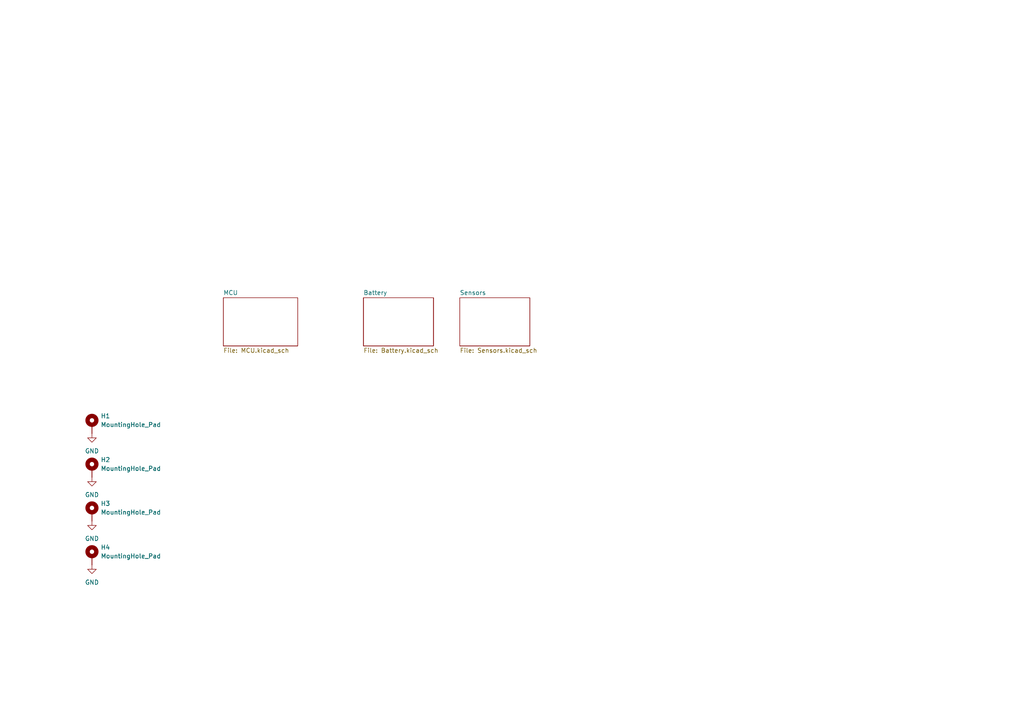
<source format=kicad_sch>
(kicad_sch (version 20211123) (generator eeschema)
  (paper "A4")
  (lib_symbols
    (symbol "Mechanical:MountingHole_Pad" (pin_numbers hide) (pin_names (offset 1.016) hide)
      (property "Reference" "H" (at 0 6.35 0))
      (property "Value" "MountingHole_Pad" (at 0 4.445 0))
      (symbol "MountingHole_Pad_0_1"
        (circle (center 0 1.27) (radius 1.27) (stroke (width 1.27)))
      )
      (symbol "MountingHole_Pad_1_1"
        (pin input line (at 0 -2.54 90) (length 2.54) (name "1") (number "1"))
      )
    )
    (symbol "power:GND" (power) (pin_names (offset 0))
      (property "Value" "GND" (at 0 -3.81 0))
      (symbol "GND_0_1"
        (polyline (pts (xy 0 0) (xy 0 -1.27) (xy 1.27 -1.27) (xy 0 -2.54) (xy -1.27 -1.27) (xy 0 -1.27)))
      )
      (symbol "GND_1_1"
        (pin power_in line (at 0 0 270) (length 0) hide (name "GND") (number "1"))
      )
    )
  )
  (symbol (lib_id "power:GND") (at 26.67 138.43 0) (unit 1)
    (property "Reference" "#PWR066" (effects hide))
    (property "Value" "GND" (at 26.67 143.51 0))
  )
  (symbol (lib_id "Mechanical:MountingHole_Pad") (at 26.67 148.59 0) (unit 1)
    (property "Reference" "H3" (at 29.21 146.0499 0) (effects (justify left)))
    (property "Value" "MountingHole_Pad" (at 29.21 148.5899 0) (effects (justify left)))
    (property "Footprint" "MountingHole:MountingHole_3.2mm_M3_DIN965" (effects hide))
  )
  (symbol (lib_id "power:GND") (at 26.67 163.83 0) (unit 1)
    (property "Reference" "#PWR068" (effects hide))
    (property "Value" "GND" (at 26.67 168.91 0))
  )
  (symbol (lib_id "Mechanical:MountingHole_Pad") (at 26.67 123.19 0) (unit 1)
    (property "Reference" "H1" (at 29.21 120.6499 0) (effects (justify left)))
    (property "Value" "MountingHole_Pad" (at 29.21 123.1899 0) (effects (justify left)))
    (property "Footprint" "MountingHole:MountingHole_3.2mm_M3_DIN965_Pad" (effects hide))
  )
  (symbol (lib_id "Mechanical:MountingHole_Pad") (at 26.67 161.29 0) (unit 1)
    (property "Reference" "H4" (at 29.21 158.7499 0) (effects (justify left)))
    (property "Value" "MountingHole_Pad" (at 29.21 161.2899 0) (effects (justify left)))
    (property "Footprint" "MountingHole:MountingHole_3.2mm_M3_DIN965_Pad" (effects hide))
  )
  (symbol (lib_id "power:GND") (at 26.67 151.13 0) (unit 1)
    (property "Reference" "#PWR067" (effects hide))
    (property "Value" "GND" (at 26.67 156.21 0))
  )
  (symbol (lib_id "power:GND") (at 26.67 125.73 0) (unit 1)
    (property "Reference" "#PWR065" (effects hide))
    (property "Value" "GND" (at 26.67 130.81 0))
  )
  (symbol (lib_id "Mechanical:MountingHole_Pad") (at 26.67 135.89 0) (unit 1)
    (property "Reference" "H2" (at 29.21 133.3499 0) (effects (justify left)))
    (property "Value" "MountingHole_Pad" (at 29.21 135.8899 0) (effects (justify left)))
    (property "Footprint" "MountingHole:MountingHole_3.2mm_M3_DIN965_Pad" (effects hide))
  )
  (sheet (at 133.35 86.36) (size 20.32 13.97) (stroke (width 0.1524))
    (property "Sheet name" "Sensors" (at 133.35 85.6484 0) (effects (justify left bottom)))
    (property "Sheet file" "Sensors.kicad_sch" (at 133.35 100.9146 0) (effects (justify left top)))
  )
  (sheet (at 105.41 86.36) (size 20.32 13.97) (stroke (width 0.1524))
    (property "Sheet name" "Battery" (at 105.41 85.6484 0) (effects (justify left bottom)))
    (property "Sheet file" "Battery.kicad_sch" (at 105.41 100.9146 0) (effects (justify left top)))
  )
  (sheet (at 64.77 86.36) (size 21.59 13.97) (stroke (width 0.1524))
    (property "Sheet name" "MCU" (at 64.77 85.6484 0) (effects (justify left bottom)))
    (property "Sheet file" "MCU.kicad_sch" (at 64.77 100.9146 0) (effects (justify left top)))
  )
)
</source>
